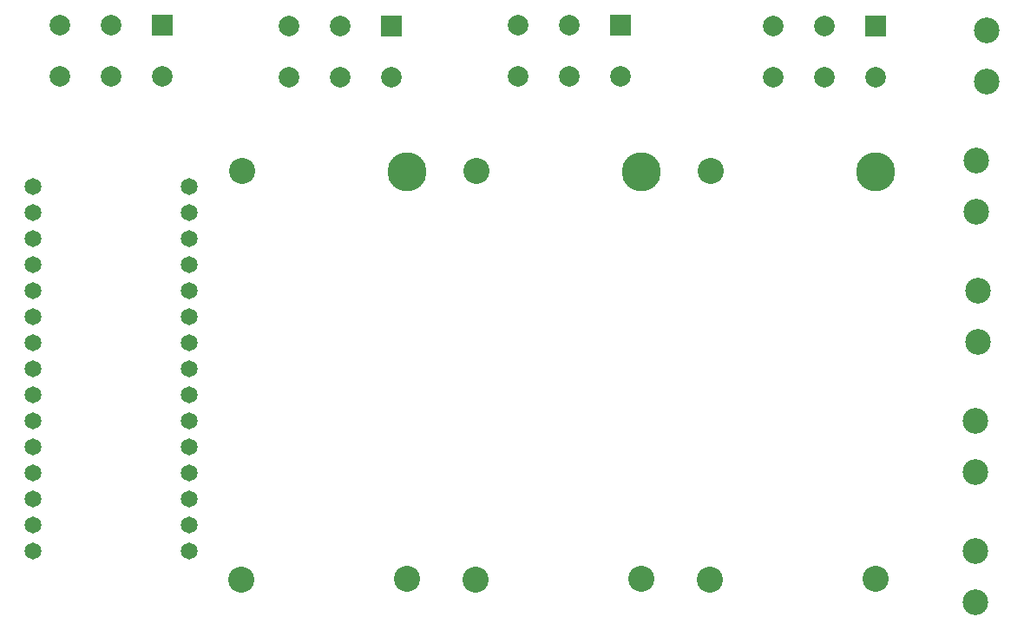
<source format=gbl>
G04*
G04 #@! TF.GenerationSoftware,Altium Limited,CircuitMaker,2.2.1 (6)*
G04*
G04 Layer_Physical_Order=2*
G04 Layer_Color=204*
%FSLAX25Y25*%
%MOIN*%
G70*
G04*
G04 #@! TF.SameCoordinates,E9A488FF-F020-425E-AD06-6B1E6BE10ADD*
G04*
G04*
G04 #@! TF.FilePolarity,Positive*
G04*
G01*
G75*
%ADD26R,0.07874X0.07874*%
%ADD27C,0.07874*%
%ADD28C,0.10000*%
%ADD29C,0.15000*%
%ADD30C,0.09842*%
%ADD31C,0.06500*%
D26*
X303685Y422000D02*
D03*
X577685Y421685D02*
D03*
X391685D02*
D03*
X479685Y422000D02*
D03*
D27*
X284000D02*
D03*
X264315D02*
D03*
X303685Y402315D02*
D03*
X284000D02*
D03*
X264315D02*
D03*
X558000Y421685D02*
D03*
X538315D02*
D03*
X577685Y402000D02*
D03*
X558000D02*
D03*
X538315D02*
D03*
X352315D02*
D03*
X372000D02*
D03*
X391685D02*
D03*
X352315Y421685D02*
D03*
X372000D02*
D03*
X440315Y402315D02*
D03*
X460000D02*
D03*
X479685D02*
D03*
X440315Y422000D02*
D03*
X460000D02*
D03*
D28*
X424315Y365843D02*
D03*
X487799Y209201D02*
D03*
X424000Y209100D02*
D03*
X514315Y365843D02*
D03*
X577799Y209201D02*
D03*
X514000Y209100D02*
D03*
X334315Y365843D02*
D03*
X397799Y209201D02*
D03*
X334000Y209100D02*
D03*
D29*
X487799Y365744D02*
D03*
X577799D02*
D03*
X397799D02*
D03*
D30*
X616000Y250315D02*
D03*
Y270000D02*
D03*
Y200315D02*
D03*
Y220000D02*
D03*
X620500Y419842D02*
D03*
Y400157D02*
D03*
X616500Y369843D02*
D03*
Y350157D02*
D03*
X617000Y319843D02*
D03*
Y300157D02*
D03*
D31*
X314000Y290000D02*
D03*
Y280000D02*
D03*
Y270000D02*
D03*
Y260000D02*
D03*
Y250000D02*
D03*
Y240000D02*
D03*
Y230000D02*
D03*
Y220000D02*
D03*
Y300000D02*
D03*
Y310000D02*
D03*
Y320000D02*
D03*
Y330000D02*
D03*
Y340000D02*
D03*
Y350000D02*
D03*
Y360000D02*
D03*
X254000Y220000D02*
D03*
Y230000D02*
D03*
Y240000D02*
D03*
Y250000D02*
D03*
Y260000D02*
D03*
Y270000D02*
D03*
Y280000D02*
D03*
Y290000D02*
D03*
Y300000D02*
D03*
Y310000D02*
D03*
Y320000D02*
D03*
Y330000D02*
D03*
Y340000D02*
D03*
Y350000D02*
D03*
Y360000D02*
D03*
M02*

</source>
